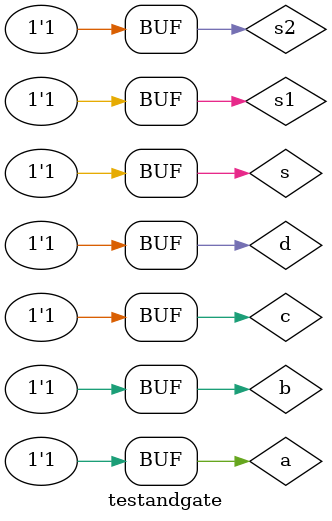
<source format=v>

module andgate1 (output s, input p,input q );
 assign s = p & q ;
endmodule // andgate1

module andgate4input(output s, input a, input b, input c, input d);	
	wire aux1,aux2;
	andgate1 and1(aux1,a,b);
	andgate1 and2(aux2,c,d);
	andgate1 and3(s,aux1,aux2);
endmodule
// ---------------------
// -- test and gate
// ---------------------

module testandgate;
  reg   a , b , c , d;//definir registradores
  wire  s;//conexão(fio)
//---------- instancia
  and AND1(s1,a,b);
  and AND2(s2,c,d);
  and AND3(s,s1,s2);
// ------------------------- preparacao
 initial begin:start 
  a=0; b=0; c=0; d=0;
end 


 initial begin:main 
      $display("Exercicio09 -  Milton teles da silva - 002751");
      $display("Test AND gate");
      $display("\na & b & c  & d= s\n");
  
$monitor("%b & %b & %b & %b = %b" ,  a , b , c , d, s);     
      #1 a=0; b=0; c=0; d=1;
      #1 a=0; b=0; c=1; d=0;
      #1 a=0; b=0; c=1; d=1;
		#1 a=0; b=1; c=0; d=0;
		#1 a=0; b=1; c=0; d=1;
		#1 a=0; b=1; c=1; d=0;
		#1 a=0; b=1; c=1; d=1;
		#1 a=1; b=0; c=0; d=0;
      #1 a=1; b=0; c=0; d=1;
      #1 a=1; b=0; c=1; d=0;
		#1 a=1; b=0; c=1; d=1;
		#1 a=1; b=1; c=0; d=0;
		#1 a=1; b=1; c=0; d=1;
		#1 a=1; b=1; c=1; d=0;
		#1 a=1; b=1; c=1; d=1;
 end
endmodule // testandgate

</source>
